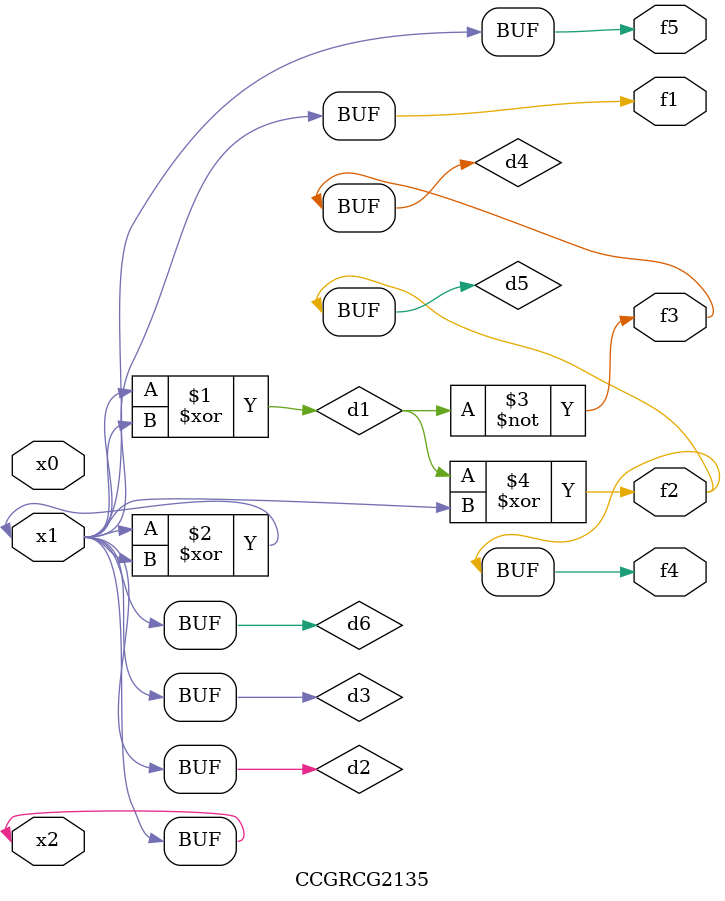
<source format=v>
module CCGRCG2135(
	input x0, x1, x2,
	output f1, f2, f3, f4, f5
);

	wire d1, d2, d3, d4, d5, d6;

	xor (d1, x1, x2);
	buf (d2, x1, x2);
	xor (d3, x1, x2);
	nor (d4, d1);
	xor (d5, d1, d2);
	buf (d6, d2, d3);
	assign f1 = d6;
	assign f2 = d5;
	assign f3 = d4;
	assign f4 = d5;
	assign f5 = d6;
endmodule

</source>
